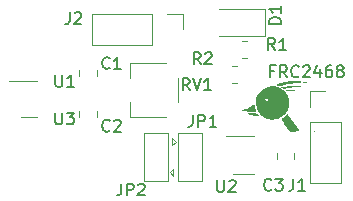
<source format=gbr>
%TF.GenerationSoftware,KiCad,Pcbnew,(6.0.8-1)-1*%
%TF.CreationDate,2022-12-20T12:21:06-06:00*%
%TF.ProjectId,HallEffectSensor,48616c6c-4566-4666-9563-7453656e736f,rev?*%
%TF.SameCoordinates,Original*%
%TF.FileFunction,Legend,Top*%
%TF.FilePolarity,Positive*%
%FSLAX46Y46*%
G04 Gerber Fmt 4.6, Leading zero omitted, Abs format (unit mm)*
G04 Created by KiCad (PCBNEW (6.0.8-1)-1) date 2022-12-20 12:21:06*
%MOMM*%
%LPD*%
G01*
G04 APERTURE LIST*
%ADD10C,0.150000*%
%ADD11C,0.120000*%
G04 APERTURE END LIST*
D10*
X153838095Y-92028571D02*
X153504761Y-92028571D01*
X153504761Y-92552380D02*
X153504761Y-91552380D01*
X153980952Y-91552380D01*
X154933333Y-92552380D02*
X154600000Y-92076190D01*
X154361904Y-92552380D02*
X154361904Y-91552380D01*
X154742857Y-91552380D01*
X154838095Y-91600000D01*
X154885714Y-91647619D01*
X154933333Y-91742857D01*
X154933333Y-91885714D01*
X154885714Y-91980952D01*
X154838095Y-92028571D01*
X154742857Y-92076190D01*
X154361904Y-92076190D01*
X155933333Y-92457142D02*
X155885714Y-92504761D01*
X155742857Y-92552380D01*
X155647619Y-92552380D01*
X155504761Y-92504761D01*
X155409523Y-92409523D01*
X155361904Y-92314285D01*
X155314285Y-92123809D01*
X155314285Y-91980952D01*
X155361904Y-91790476D01*
X155409523Y-91695238D01*
X155504761Y-91600000D01*
X155647619Y-91552380D01*
X155742857Y-91552380D01*
X155885714Y-91600000D01*
X155933333Y-91647619D01*
X156314285Y-91647619D02*
X156361904Y-91600000D01*
X156457142Y-91552380D01*
X156695238Y-91552380D01*
X156790476Y-91600000D01*
X156838095Y-91647619D01*
X156885714Y-91742857D01*
X156885714Y-91838095D01*
X156838095Y-91980952D01*
X156266666Y-92552380D01*
X156885714Y-92552380D01*
X157742857Y-91885714D02*
X157742857Y-92552380D01*
X157504761Y-91504761D02*
X157266666Y-92219047D01*
X157885714Y-92219047D01*
X158695238Y-91552380D02*
X158504761Y-91552380D01*
X158409523Y-91600000D01*
X158361904Y-91647619D01*
X158266666Y-91790476D01*
X158219047Y-91980952D01*
X158219047Y-92361904D01*
X158266666Y-92457142D01*
X158314285Y-92504761D01*
X158409523Y-92552380D01*
X158600000Y-92552380D01*
X158695238Y-92504761D01*
X158742857Y-92457142D01*
X158790476Y-92361904D01*
X158790476Y-92123809D01*
X158742857Y-92028571D01*
X158695238Y-91980952D01*
X158600000Y-91933333D01*
X158409523Y-91933333D01*
X158314285Y-91980952D01*
X158266666Y-92028571D01*
X158219047Y-92123809D01*
X159361904Y-91980952D02*
X159266666Y-91933333D01*
X159219047Y-91885714D01*
X159171428Y-91790476D01*
X159171428Y-91742857D01*
X159219047Y-91647619D01*
X159266666Y-91600000D01*
X159361904Y-91552380D01*
X159552380Y-91552380D01*
X159647619Y-91600000D01*
X159695238Y-91647619D01*
X159742857Y-91742857D01*
X159742857Y-91790476D01*
X159695238Y-91885714D01*
X159647619Y-91933333D01*
X159552380Y-91980952D01*
X159361904Y-91980952D01*
X159266666Y-92028571D01*
X159219047Y-92076190D01*
X159171428Y-92171428D01*
X159171428Y-92361904D01*
X159219047Y-92457142D01*
X159266666Y-92504761D01*
X159361904Y-92552380D01*
X159552380Y-92552380D01*
X159647619Y-92504761D01*
X159695238Y-92457142D01*
X159742857Y-92361904D01*
X159742857Y-92171428D01*
X159695238Y-92076190D01*
X159647619Y-92028571D01*
X159552380Y-91980952D01*
%TO.C,C3*%
X153633333Y-102057142D02*
X153585714Y-102104761D01*
X153442857Y-102152380D01*
X153347619Y-102152380D01*
X153204761Y-102104761D01*
X153109523Y-102009523D01*
X153061904Y-101914285D01*
X153014285Y-101723809D01*
X153014285Y-101580952D01*
X153061904Y-101390476D01*
X153109523Y-101295238D01*
X153204761Y-101200000D01*
X153347619Y-101152380D01*
X153442857Y-101152380D01*
X153585714Y-101200000D01*
X153633333Y-101247619D01*
X153966666Y-101152380D02*
X154585714Y-101152380D01*
X154252380Y-101533333D01*
X154395238Y-101533333D01*
X154490476Y-101580952D01*
X154538095Y-101628571D01*
X154585714Y-101723809D01*
X154585714Y-101961904D01*
X154538095Y-102057142D01*
X154490476Y-102104761D01*
X154395238Y-102152380D01*
X154109523Y-102152380D01*
X154014285Y-102104761D01*
X153966666Y-102057142D01*
%TO.C,D1*%
X154439880Y-88038095D02*
X153439880Y-88038095D01*
X153439880Y-87800000D01*
X153487500Y-87657142D01*
X153582738Y-87561904D01*
X153677976Y-87514285D01*
X153868452Y-87466666D01*
X154011309Y-87466666D01*
X154201785Y-87514285D01*
X154297023Y-87561904D01*
X154392261Y-87657142D01*
X154439880Y-87800000D01*
X154439880Y-88038095D01*
X154439880Y-86514285D02*
X154439880Y-87085714D01*
X154439880Y-86800000D02*
X153439880Y-86800000D01*
X153582738Y-86895238D01*
X153677976Y-86990476D01*
X153725595Y-87085714D01*
%TO.C,JP1*%
X146966666Y-95752380D02*
X146966666Y-96466666D01*
X146919047Y-96609523D01*
X146823809Y-96704761D01*
X146680952Y-96752380D01*
X146585714Y-96752380D01*
X147442857Y-96752380D02*
X147442857Y-95752380D01*
X147823809Y-95752380D01*
X147919047Y-95800000D01*
X147966666Y-95847619D01*
X148014285Y-95942857D01*
X148014285Y-96085714D01*
X147966666Y-96180952D01*
X147919047Y-96228571D01*
X147823809Y-96276190D01*
X147442857Y-96276190D01*
X148966666Y-96752380D02*
X148395238Y-96752380D01*
X148680952Y-96752380D02*
X148680952Y-95752380D01*
X148585714Y-95895238D01*
X148490476Y-95990476D01*
X148395238Y-96038095D01*
%TO.C,R2*%
X147633333Y-91452380D02*
X147300000Y-90976190D01*
X147061904Y-91452380D02*
X147061904Y-90452380D01*
X147442857Y-90452380D01*
X147538095Y-90500000D01*
X147585714Y-90547619D01*
X147633333Y-90642857D01*
X147633333Y-90785714D01*
X147585714Y-90880952D01*
X147538095Y-90928571D01*
X147442857Y-90976190D01*
X147061904Y-90976190D01*
X148014285Y-90547619D02*
X148061904Y-90500000D01*
X148157142Y-90452380D01*
X148395238Y-90452380D01*
X148490476Y-90500000D01*
X148538095Y-90547619D01*
X148585714Y-90642857D01*
X148585714Y-90738095D01*
X148538095Y-90880952D01*
X147966666Y-91452380D01*
X148585714Y-91452380D01*
%TO.C,R1*%
X153933333Y-90252380D02*
X153600000Y-89776190D01*
X153361904Y-90252380D02*
X153361904Y-89252380D01*
X153742857Y-89252380D01*
X153838095Y-89300000D01*
X153885714Y-89347619D01*
X153933333Y-89442857D01*
X153933333Y-89585714D01*
X153885714Y-89680952D01*
X153838095Y-89728571D01*
X153742857Y-89776190D01*
X153361904Y-89776190D01*
X154885714Y-90252380D02*
X154314285Y-90252380D01*
X154600000Y-90252380D02*
X154600000Y-89252380D01*
X154504761Y-89395238D01*
X154409523Y-89490476D01*
X154314285Y-89538095D01*
%TO.C,C1*%
X139933333Y-91757142D02*
X139885714Y-91804761D01*
X139742857Y-91852380D01*
X139647619Y-91852380D01*
X139504761Y-91804761D01*
X139409523Y-91709523D01*
X139361904Y-91614285D01*
X139314285Y-91423809D01*
X139314285Y-91280952D01*
X139361904Y-91090476D01*
X139409523Y-90995238D01*
X139504761Y-90900000D01*
X139647619Y-90852380D01*
X139742857Y-90852380D01*
X139885714Y-90900000D01*
X139933333Y-90947619D01*
X140885714Y-91852380D02*
X140314285Y-91852380D01*
X140600000Y-91852380D02*
X140600000Y-90852380D01*
X140504761Y-90995238D01*
X140409523Y-91090476D01*
X140314285Y-91138095D01*
%TO.C,RV1*%
X146704761Y-93652380D02*
X146371428Y-93176190D01*
X146133333Y-93652380D02*
X146133333Y-92652380D01*
X146514285Y-92652380D01*
X146609523Y-92700000D01*
X146657142Y-92747619D01*
X146704761Y-92842857D01*
X146704761Y-92985714D01*
X146657142Y-93080952D01*
X146609523Y-93128571D01*
X146514285Y-93176190D01*
X146133333Y-93176190D01*
X146990476Y-92652380D02*
X147323809Y-93652380D01*
X147657142Y-92652380D01*
X148514285Y-93652380D02*
X147942857Y-93652380D01*
X148228571Y-93652380D02*
X148228571Y-92652380D01*
X148133333Y-92795238D01*
X148038095Y-92890476D01*
X147942857Y-92938095D01*
%TO.C,U2*%
X149038095Y-101252380D02*
X149038095Y-102061904D01*
X149085714Y-102157142D01*
X149133333Y-102204761D01*
X149228571Y-102252380D01*
X149419047Y-102252380D01*
X149514285Y-102204761D01*
X149561904Y-102157142D01*
X149609523Y-102061904D01*
X149609523Y-101252380D01*
X150038095Y-101347619D02*
X150085714Y-101300000D01*
X150180952Y-101252380D01*
X150419047Y-101252380D01*
X150514285Y-101300000D01*
X150561904Y-101347619D01*
X150609523Y-101442857D01*
X150609523Y-101538095D01*
X150561904Y-101680952D01*
X149990476Y-102252380D01*
X150609523Y-102252380D01*
%TO.C,J1*%
X155466666Y-101152380D02*
X155466666Y-101866666D01*
X155419047Y-102009523D01*
X155323809Y-102104761D01*
X155180952Y-102152380D01*
X155085714Y-102152380D01*
X156466666Y-102152380D02*
X155895238Y-102152380D01*
X156180952Y-102152380D02*
X156180952Y-101152380D01*
X156085714Y-101295238D01*
X155990476Y-101390476D01*
X155895238Y-101438095D01*
%TO.C,C2*%
X139933333Y-97057142D02*
X139885714Y-97104761D01*
X139742857Y-97152380D01*
X139647619Y-97152380D01*
X139504761Y-97104761D01*
X139409523Y-97009523D01*
X139361904Y-96914285D01*
X139314285Y-96723809D01*
X139314285Y-96580952D01*
X139361904Y-96390476D01*
X139409523Y-96295238D01*
X139504761Y-96200000D01*
X139647619Y-96152380D01*
X139742857Y-96152380D01*
X139885714Y-96200000D01*
X139933333Y-96247619D01*
X140314285Y-96247619D02*
X140361904Y-96200000D01*
X140457142Y-96152380D01*
X140695238Y-96152380D01*
X140790476Y-96200000D01*
X140838095Y-96247619D01*
X140885714Y-96342857D01*
X140885714Y-96438095D01*
X140838095Y-96580952D01*
X140266666Y-97152380D01*
X140885714Y-97152380D01*
%TO.C,U1*%
X135338095Y-92352380D02*
X135338095Y-93161904D01*
X135385714Y-93257142D01*
X135433333Y-93304761D01*
X135528571Y-93352380D01*
X135719047Y-93352380D01*
X135814285Y-93304761D01*
X135861904Y-93257142D01*
X135909523Y-93161904D01*
X135909523Y-92352380D01*
X136909523Y-93352380D02*
X136338095Y-93352380D01*
X136623809Y-93352380D02*
X136623809Y-92352380D01*
X136528571Y-92495238D01*
X136433333Y-92590476D01*
X136338095Y-92638095D01*
%TO.C,JP2*%
X140909166Y-101552380D02*
X140909166Y-102266666D01*
X140861547Y-102409523D01*
X140766309Y-102504761D01*
X140623452Y-102552380D01*
X140528214Y-102552380D01*
X141385357Y-102552380D02*
X141385357Y-101552380D01*
X141766309Y-101552380D01*
X141861547Y-101600000D01*
X141909166Y-101647619D01*
X141956785Y-101742857D01*
X141956785Y-101885714D01*
X141909166Y-101980952D01*
X141861547Y-102028571D01*
X141766309Y-102076190D01*
X141385357Y-102076190D01*
X142337738Y-101647619D02*
X142385357Y-101600000D01*
X142480595Y-101552380D01*
X142718690Y-101552380D01*
X142813928Y-101600000D01*
X142861547Y-101647619D01*
X142909166Y-101742857D01*
X142909166Y-101838095D01*
X142861547Y-101980952D01*
X142290119Y-102552380D01*
X142909166Y-102552380D01*
%TO.C,J2*%
X136551666Y-87052380D02*
X136551666Y-87766666D01*
X136504047Y-87909523D01*
X136408809Y-88004761D01*
X136265952Y-88052380D01*
X136170714Y-88052380D01*
X136980238Y-87147619D02*
X137027857Y-87100000D01*
X137123095Y-87052380D01*
X137361190Y-87052380D01*
X137456428Y-87100000D01*
X137504047Y-87147619D01*
X137551666Y-87242857D01*
X137551666Y-87338095D01*
X137504047Y-87480952D01*
X136932619Y-88052380D01*
X137551666Y-88052380D01*
%TO.C,U3*%
X135338095Y-95552380D02*
X135338095Y-96361904D01*
X135385714Y-96457142D01*
X135433333Y-96504761D01*
X135528571Y-96552380D01*
X135719047Y-96552380D01*
X135814285Y-96504761D01*
X135861904Y-96457142D01*
X135909523Y-96361904D01*
X135909523Y-95552380D01*
X136290476Y-95552380D02*
X136909523Y-95552380D01*
X136576190Y-95933333D01*
X136719047Y-95933333D01*
X136814285Y-95980952D01*
X136861904Y-96028571D01*
X136909523Y-96123809D01*
X136909523Y-96361904D01*
X136861904Y-96457142D01*
X136814285Y-96504761D01*
X136719047Y-96552380D01*
X136433333Y-96552380D01*
X136338095Y-96504761D01*
X136290476Y-96457142D01*
D11*
%TO.C,C3*%
X154065000Y-98938748D02*
X154065000Y-99461252D01*
X155535000Y-98938748D02*
X155535000Y-99461252D01*
%TO.C,D1*%
X153072500Y-89035000D02*
X153072500Y-86765000D01*
X149187500Y-89035000D02*
X153072500Y-89035000D01*
X153072500Y-86765000D02*
X149187500Y-86765000D01*
%TO.C,JP1*%
X145742500Y-101350000D02*
X145742500Y-97250000D01*
X145242500Y-97700000D02*
X145242500Y-98300000D01*
X147742500Y-101350000D02*
X145742500Y-101350000D01*
X145742500Y-97250000D02*
X147742500Y-97250000D01*
X145542500Y-98000000D02*
X145242500Y-97700000D01*
X145542500Y-98000000D02*
X145242500Y-98300000D01*
X147742500Y-97250000D02*
X147742500Y-101350000D01*
%TO.C,R2*%
X150272936Y-93035000D02*
X150727064Y-93035000D01*
X150272936Y-91565000D02*
X150727064Y-91565000D01*
%TO.C,R1*%
X151602064Y-90935000D02*
X151147936Y-90935000D01*
X151602064Y-89465000D02*
X151147936Y-89465000D01*
%TO.C,C1*%
X138835000Y-91938748D02*
X138835000Y-92461252D01*
X137365000Y-91938748D02*
X137365000Y-92461252D01*
%TO.C,RV1*%
X141618000Y-91314000D02*
X144666000Y-91314000D01*
X145682000Y-94616000D02*
X145682000Y-92584000D01*
X141618000Y-92584000D02*
X141618000Y-91314000D01*
X141618000Y-94616000D02*
X141618000Y-95886000D01*
X141618000Y-95886000D02*
X144666000Y-95886000D01*
%TO.C,U2*%
X150400000Y-100760000D02*
X152200000Y-100760000D01*
X152200000Y-97540000D02*
X149750000Y-97540000D01*
%TO.C,J1*%
X156870000Y-96345000D02*
X156870000Y-101485000D01*
X156870000Y-101485000D02*
X159530000Y-101485000D01*
X156870000Y-96345000D02*
X159530000Y-96345000D01*
X159530000Y-96345000D02*
X159530000Y-101485000D01*
X156870000Y-95075000D02*
X156870000Y-93745000D01*
X156870000Y-93745000D02*
X158200000Y-93745000D01*
%TO.C,C2*%
X138835000Y-95961252D02*
X138835000Y-95438748D01*
X137365000Y-95961252D02*
X137365000Y-95438748D01*
%TO.C,U1*%
X133100000Y-92840000D02*
X133750000Y-92840000D01*
X133100000Y-95960000D02*
X132450000Y-95960000D01*
X133100000Y-92840000D02*
X131425000Y-92840000D01*
X133100000Y-95960000D02*
X133750000Y-95960000D01*
%TO.C,JP2*%
X142842500Y-97250000D02*
X144842500Y-97250000D01*
X142842500Y-101350000D02*
X142842500Y-97250000D01*
X145042500Y-100600000D02*
X145342500Y-100300000D01*
X145342500Y-100900000D02*
X145342500Y-100300000D01*
X144842500Y-101350000D02*
X142842500Y-101350000D01*
X144842500Y-97250000D02*
X144842500Y-101350000D01*
X145042500Y-100600000D02*
X145342500Y-100900000D01*
%TO.C,G\u002A\u002A\u002A*%
G36*
X156013529Y-93287044D02*
G01*
X156127994Y-93291972D01*
X156195237Y-93301824D01*
X156208740Y-93314482D01*
X156168515Y-93332057D01*
X156085846Y-93343572D01*
X156015173Y-93346192D01*
X155883659Y-93352761D01*
X155703859Y-93371233D01*
X155489396Y-93399756D01*
X155253894Y-93436481D01*
X155010978Y-93479556D01*
X154955456Y-93490173D01*
X154821232Y-93515901D01*
X154733459Y-93529074D01*
X154676174Y-93528417D01*
X154633419Y-93512651D01*
X154589233Y-93480499D01*
X154562668Y-93458740D01*
X154470405Y-93383306D01*
X154610234Y-93366828D01*
X154815192Y-93345151D01*
X155032945Y-93326433D01*
X155254917Y-93310953D01*
X155472535Y-93298994D01*
X155677225Y-93290835D01*
X155860414Y-93286758D01*
X156013529Y-93287044D01*
G37*
G36*
X151642447Y-95552201D02*
G01*
X151712909Y-95563295D01*
X151829045Y-95575428D01*
X151973168Y-95586940D01*
X152090795Y-95594266D01*
X152246951Y-95603776D01*
X152353619Y-95614330D01*
X152424693Y-95629251D01*
X152474067Y-95651860D01*
X152515632Y-95685478D01*
X152529621Y-95699171D01*
X152579776Y-95762010D01*
X152597002Y-95810599D01*
X152594695Y-95818085D01*
X152552390Y-95836206D01*
X152465036Y-95845402D01*
X152350450Y-95845105D01*
X152226450Y-95834750D01*
X152197379Y-95830722D01*
X152021209Y-95792148D01*
X151853022Y-95734097D01*
X151714444Y-95664848D01*
X151657629Y-95624087D01*
X151547316Y-95529352D01*
X151642447Y-95552201D01*
G37*
G36*
X155273233Y-93647067D02*
G01*
X155410730Y-93652404D01*
X155531621Y-93661349D01*
X155619947Y-93673534D01*
X155658521Y-93687079D01*
X155669023Y-93709359D01*
X155638199Y-93721695D01*
X155556856Y-93726547D01*
X155509526Y-93726942D01*
X155369146Y-93730427D01*
X155209184Y-93739148D01*
X155111253Y-93746967D01*
X154980632Y-93754394D01*
X154904317Y-93746030D01*
X154878178Y-93728777D01*
X154869540Y-93681402D01*
X154876355Y-93669114D01*
X154920691Y-93656359D01*
X155012254Y-93648678D01*
X155135088Y-93645702D01*
X155273233Y-93647067D01*
G37*
G36*
X152580119Y-93906077D02*
G01*
X152766595Y-93690763D01*
X152995813Y-93516639D01*
X153122525Y-93448529D01*
X153377894Y-93359910D01*
X153649812Y-93322431D01*
X153925671Y-93334375D01*
X154192865Y-93394023D01*
X154438788Y-93499657D01*
X154650834Y-93649562D01*
X154660158Y-93658038D01*
X154869832Y-93890438D01*
X155021660Y-94146625D01*
X155114415Y-94422625D01*
X155146871Y-94714464D01*
X155117802Y-95018168D01*
X155102047Y-95090262D01*
X155008848Y-95347122D01*
X154864851Y-95576312D01*
X154678424Y-95772996D01*
X154457936Y-95932337D01*
X154211758Y-96049496D01*
X153948259Y-96119637D01*
X153675807Y-96137923D01*
X153402773Y-96099516D01*
X153370662Y-96090950D01*
X153075424Y-95979540D01*
X152826184Y-95825399D01*
X152624849Y-95631020D01*
X152473328Y-95398897D01*
X152373529Y-95131521D01*
X152327362Y-94831387D01*
X152324220Y-94723931D01*
X152354223Y-94430183D01*
X152357642Y-94419356D01*
X153127944Y-94419356D01*
X153134841Y-94483793D01*
X153146484Y-94500963D01*
X153206746Y-94543031D01*
X153243821Y-94551186D01*
X153309423Y-94528312D01*
X153341158Y-94500963D01*
X153362994Y-94436574D01*
X153334432Y-94378892D01*
X153267303Y-94346861D01*
X153243821Y-94345069D01*
X153168214Y-94366798D01*
X153127944Y-94419356D01*
X152357642Y-94419356D01*
X152441092Y-94155058D01*
X152580119Y-93906077D01*
G37*
G36*
X155727634Y-92875160D02*
G01*
X156049354Y-92895246D01*
X156328638Y-92931218D01*
X156468160Y-92955652D01*
X156582738Y-92977497D01*
X156659029Y-92994096D01*
X156683677Y-93001946D01*
X156661392Y-93006648D01*
X156590418Y-93006924D01*
X156485332Y-93002779D01*
X156468648Y-93001842D01*
X156226491Y-92998711D01*
X155940713Y-93013015D01*
X155628084Y-93042829D01*
X155305376Y-93086227D01*
X154989361Y-93141283D01*
X154702497Y-93204649D01*
X154588544Y-93232387D01*
X154486995Y-93255968D01*
X154443833Y-93265324D01*
X154364235Y-93284041D01*
X154316991Y-93298159D01*
X154255679Y-93296049D01*
X154226842Y-93282924D01*
X154159482Y-93259025D01*
X154093944Y-93251547D01*
X154014888Y-93243397D01*
X153991175Y-93221951D01*
X154016764Y-93189856D01*
X154085616Y-93149762D01*
X154191690Y-93104316D01*
X154328945Y-93056167D01*
X154491341Y-93007963D01*
X154672838Y-92962354D01*
X154829003Y-92929266D01*
X155096295Y-92892142D01*
X155402893Y-92874116D01*
X155727634Y-92875160D01*
G37*
G36*
X154987270Y-95653121D02*
G01*
X155008075Y-95704896D01*
X155043384Y-95750559D01*
X155129779Y-95844312D01*
X155214021Y-95944918D01*
X155304288Y-96063249D01*
X155408760Y-96210174D01*
X155535617Y-96396563D01*
X155584506Y-96469663D01*
X155684250Y-96617382D01*
X155773212Y-96745563D01*
X155844981Y-96845253D01*
X155893145Y-96907493D01*
X155909833Y-96924178D01*
X155937290Y-96960575D01*
X155939201Y-96975789D01*
X155961461Y-97028970D01*
X155986767Y-97056305D01*
X156026630Y-97102080D01*
X156034333Y-97123608D01*
X156004570Y-97133803D01*
X155923057Y-97142178D01*
X155801453Y-97147988D01*
X155651418Y-97150484D01*
X155614170Y-97150512D01*
X155194008Y-97149587D01*
X155051311Y-96954533D01*
X154980561Y-96856296D01*
X154924738Y-96775959D01*
X154894465Y-96728861D01*
X154892759Y-96725557D01*
X154867178Y-96680665D01*
X154819805Y-96604357D01*
X154789701Y-96557497D01*
X154739685Y-96477327D01*
X154708141Y-96420543D01*
X154702497Y-96405589D01*
X154685915Y-96371465D01*
X154646065Y-96308532D01*
X154597788Y-96238676D01*
X154555929Y-96183778D01*
X154541632Y-96168415D01*
X154516051Y-96127929D01*
X154503751Y-96099050D01*
X154507925Y-96054888D01*
X154558598Y-96005243D01*
X154622017Y-95964680D01*
X154726600Y-95889783D01*
X154832759Y-95793130D01*
X154873323Y-95748651D01*
X154934204Y-95682378D01*
X154975588Y-95649448D01*
X154987270Y-95653121D01*
G37*
G36*
X152193843Y-94801334D02*
G01*
X152214751Y-94871814D01*
X152227230Y-94963709D01*
X152228656Y-95001983D01*
X152241537Y-95092614D01*
X152271969Y-95190934D01*
X152272513Y-95192245D01*
X152314074Y-95299236D01*
X152349034Y-95399438D01*
X152382132Y-95502497D01*
X152091566Y-95498086D01*
X151923506Y-95491105D01*
X151743689Y-95476657D01*
X151586569Y-95457623D01*
X151563171Y-95453901D01*
X151370675Y-95418702D01*
X151209061Y-95383219D01*
X151086736Y-95349697D01*
X151012104Y-95320384D01*
X150992385Y-95301338D01*
X151015596Y-95286211D01*
X151037901Y-95291205D01*
X151120067Y-95300820D01*
X151240052Y-95287959D01*
X151383248Y-95257283D01*
X151535048Y-95213450D01*
X151680843Y-95161120D01*
X151806026Y-95104953D01*
X151895987Y-95049606D01*
X151934428Y-95005254D01*
X151970942Y-94966853D01*
X151986726Y-94963330D01*
X152026904Y-94939155D01*
X152078352Y-94879920D01*
X152086392Y-94868290D01*
X152133253Y-94805630D01*
X152166613Y-94774127D01*
X152169898Y-94773250D01*
X152193843Y-94801334D01*
G37*
G36*
X157334457Y-97120721D02*
G01*
X157308758Y-97147976D01*
X157286892Y-97151436D01*
X157244584Y-97144651D01*
X157239326Y-97138973D01*
X157264122Y-97118526D01*
X157286892Y-97108258D01*
X157327724Y-97107599D01*
X157334457Y-97120721D01*
G37*
%TO.C,J2*%
X146155000Y-87170000D02*
X146155000Y-88500000D01*
X143555000Y-87170000D02*
X143555000Y-89830000D01*
X143555000Y-87170000D02*
X138415000Y-87170000D01*
X138415000Y-87170000D02*
X138415000Y-89830000D01*
X143555000Y-89830000D02*
X138415000Y-89830000D01*
X144825000Y-87170000D02*
X146155000Y-87170000D01*
%TD*%
M02*

</source>
